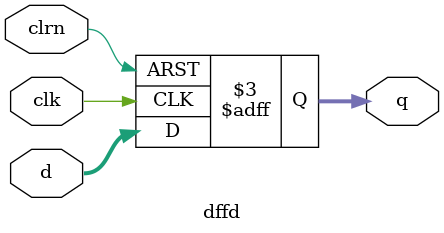
<source format=v>
`timescale 1ns / 1ps
module dffd(d,clk,clrn,q
    );
	 input [31:0] d;
	 input clk,clrn;
	 output [31:0] q;
    reg [31:0] q;
    always @ (negedge clk or negedge clrn) begin
			if (clrn == 0) q <= 0;
			else				q <= d;
	 end	 

endmodule

</source>
